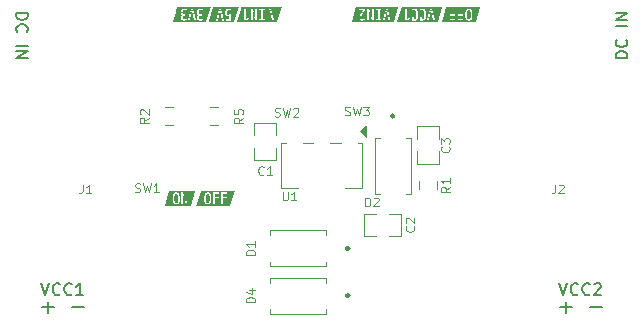
<source format=gbr>
%TF.GenerationSoftware,KiCad,Pcbnew,8.0.5+1*%
%TF.CreationDate,2024-10-02T06:07:40-04:00*%
%TF.ProjectId,breadboard-power-supply,62726561-6462-46f6-9172-642d706f7765,rev?*%
%TF.SameCoordinates,Original*%
%TF.FileFunction,Legend,Top*%
%TF.FilePolarity,Positive*%
%FSLAX46Y46*%
G04 Gerber Fmt 4.6, Leading zero omitted, Abs format (unit mm)*
G04 Created by KiCad (PCBNEW 8.0.5+1) date 2024-10-02 06:07:40*
%MOMM*%
%LPD*%
G01*
G04 APERTURE LIST*
%ADD10C,0.150000*%
%ADD11C,0.120000*%
%ADD12C,0.000000*%
%ADD13C,0.100000*%
%ADD14C,0.250000*%
G04 APERTURE END LIST*
D10*
X146660000Y-116000000D02*
X147660000Y-116000000D01*
X149200000Y-116000000D02*
X150200000Y-116000000D01*
X102800000Y-116000000D02*
X103800000Y-116000000D01*
X147160000Y-116500000D02*
X147160000Y-115500000D01*
X105340000Y-116000000D02*
X106340000Y-116000000D01*
X103300000Y-116500000D02*
X103300000Y-115500000D01*
X152369819Y-94896302D02*
X151369819Y-94896302D01*
X151369819Y-94896302D02*
X151369819Y-94658207D01*
X151369819Y-94658207D02*
X151417438Y-94515350D01*
X151417438Y-94515350D02*
X151512676Y-94420112D01*
X151512676Y-94420112D02*
X151607914Y-94372493D01*
X151607914Y-94372493D02*
X151798390Y-94324874D01*
X151798390Y-94324874D02*
X151941247Y-94324874D01*
X151941247Y-94324874D02*
X152131723Y-94372493D01*
X152131723Y-94372493D02*
X152226961Y-94420112D01*
X152226961Y-94420112D02*
X152322200Y-94515350D01*
X152322200Y-94515350D02*
X152369819Y-94658207D01*
X152369819Y-94658207D02*
X152369819Y-94896302D01*
X152274580Y-93324874D02*
X152322200Y-93372493D01*
X152322200Y-93372493D02*
X152369819Y-93515350D01*
X152369819Y-93515350D02*
X152369819Y-93610588D01*
X152369819Y-93610588D02*
X152322200Y-93753445D01*
X152322200Y-93753445D02*
X152226961Y-93848683D01*
X152226961Y-93848683D02*
X152131723Y-93896302D01*
X152131723Y-93896302D02*
X151941247Y-93943921D01*
X151941247Y-93943921D02*
X151798390Y-93943921D01*
X151798390Y-93943921D02*
X151607914Y-93896302D01*
X151607914Y-93896302D02*
X151512676Y-93848683D01*
X151512676Y-93848683D02*
X151417438Y-93753445D01*
X151417438Y-93753445D02*
X151369819Y-93610588D01*
X151369819Y-93610588D02*
X151369819Y-93515350D01*
X151369819Y-93515350D02*
X151417438Y-93372493D01*
X151417438Y-93372493D02*
X151465057Y-93324874D01*
X152369819Y-92134397D02*
X151369819Y-92134397D01*
X152369819Y-91658207D02*
X151369819Y-91658207D01*
X151369819Y-91658207D02*
X152369819Y-91086779D01*
X152369819Y-91086779D02*
X151369819Y-91086779D01*
X100630180Y-91086779D02*
X101630180Y-91086779D01*
X101630180Y-91086779D02*
X101630180Y-91324874D01*
X101630180Y-91324874D02*
X101582561Y-91467731D01*
X101582561Y-91467731D02*
X101487323Y-91562969D01*
X101487323Y-91562969D02*
X101392085Y-91610588D01*
X101392085Y-91610588D02*
X101201609Y-91658207D01*
X101201609Y-91658207D02*
X101058752Y-91658207D01*
X101058752Y-91658207D02*
X100868276Y-91610588D01*
X100868276Y-91610588D02*
X100773038Y-91562969D01*
X100773038Y-91562969D02*
X100677800Y-91467731D01*
X100677800Y-91467731D02*
X100630180Y-91324874D01*
X100630180Y-91324874D02*
X100630180Y-91086779D01*
X100725419Y-92658207D02*
X100677800Y-92610588D01*
X100677800Y-92610588D02*
X100630180Y-92467731D01*
X100630180Y-92467731D02*
X100630180Y-92372493D01*
X100630180Y-92372493D02*
X100677800Y-92229636D01*
X100677800Y-92229636D02*
X100773038Y-92134398D01*
X100773038Y-92134398D02*
X100868276Y-92086779D01*
X100868276Y-92086779D02*
X101058752Y-92039160D01*
X101058752Y-92039160D02*
X101201609Y-92039160D01*
X101201609Y-92039160D02*
X101392085Y-92086779D01*
X101392085Y-92086779D02*
X101487323Y-92134398D01*
X101487323Y-92134398D02*
X101582561Y-92229636D01*
X101582561Y-92229636D02*
X101630180Y-92372493D01*
X101630180Y-92372493D02*
X101630180Y-92467731D01*
X101630180Y-92467731D02*
X101582561Y-92610588D01*
X101582561Y-92610588D02*
X101534942Y-92658207D01*
X100630180Y-93848684D02*
X101630180Y-93848684D01*
X100630180Y-94324874D02*
X101630180Y-94324874D01*
X101630180Y-94324874D02*
X100630180Y-94896302D01*
X100630180Y-94896302D02*
X101630180Y-94896302D01*
X146620476Y-113954819D02*
X146953809Y-114954819D01*
X146953809Y-114954819D02*
X147287142Y-113954819D01*
X148191904Y-114859580D02*
X148144285Y-114907200D01*
X148144285Y-114907200D02*
X148001428Y-114954819D01*
X148001428Y-114954819D02*
X147906190Y-114954819D01*
X147906190Y-114954819D02*
X147763333Y-114907200D01*
X147763333Y-114907200D02*
X147668095Y-114811961D01*
X147668095Y-114811961D02*
X147620476Y-114716723D01*
X147620476Y-114716723D02*
X147572857Y-114526247D01*
X147572857Y-114526247D02*
X147572857Y-114383390D01*
X147572857Y-114383390D02*
X147620476Y-114192914D01*
X147620476Y-114192914D02*
X147668095Y-114097676D01*
X147668095Y-114097676D02*
X147763333Y-114002438D01*
X147763333Y-114002438D02*
X147906190Y-113954819D01*
X147906190Y-113954819D02*
X148001428Y-113954819D01*
X148001428Y-113954819D02*
X148144285Y-114002438D01*
X148144285Y-114002438D02*
X148191904Y-114050057D01*
X149191904Y-114859580D02*
X149144285Y-114907200D01*
X149144285Y-114907200D02*
X149001428Y-114954819D01*
X149001428Y-114954819D02*
X148906190Y-114954819D01*
X148906190Y-114954819D02*
X148763333Y-114907200D01*
X148763333Y-114907200D02*
X148668095Y-114811961D01*
X148668095Y-114811961D02*
X148620476Y-114716723D01*
X148620476Y-114716723D02*
X148572857Y-114526247D01*
X148572857Y-114526247D02*
X148572857Y-114383390D01*
X148572857Y-114383390D02*
X148620476Y-114192914D01*
X148620476Y-114192914D02*
X148668095Y-114097676D01*
X148668095Y-114097676D02*
X148763333Y-114002438D01*
X148763333Y-114002438D02*
X148906190Y-113954819D01*
X148906190Y-113954819D02*
X149001428Y-113954819D01*
X149001428Y-113954819D02*
X149144285Y-114002438D01*
X149144285Y-114002438D02*
X149191904Y-114050057D01*
X149572857Y-114050057D02*
X149620476Y-114002438D01*
X149620476Y-114002438D02*
X149715714Y-113954819D01*
X149715714Y-113954819D02*
X149953809Y-113954819D01*
X149953809Y-113954819D02*
X150049047Y-114002438D01*
X150049047Y-114002438D02*
X150096666Y-114050057D01*
X150096666Y-114050057D02*
X150144285Y-114145295D01*
X150144285Y-114145295D02*
X150144285Y-114240533D01*
X150144285Y-114240533D02*
X150096666Y-114383390D01*
X150096666Y-114383390D02*
X149525238Y-114954819D01*
X149525238Y-114954819D02*
X150144285Y-114954819D01*
X102760476Y-113954819D02*
X103093809Y-114954819D01*
X103093809Y-114954819D02*
X103427142Y-113954819D01*
X104331904Y-114859580D02*
X104284285Y-114907200D01*
X104284285Y-114907200D02*
X104141428Y-114954819D01*
X104141428Y-114954819D02*
X104046190Y-114954819D01*
X104046190Y-114954819D02*
X103903333Y-114907200D01*
X103903333Y-114907200D02*
X103808095Y-114811961D01*
X103808095Y-114811961D02*
X103760476Y-114716723D01*
X103760476Y-114716723D02*
X103712857Y-114526247D01*
X103712857Y-114526247D02*
X103712857Y-114383390D01*
X103712857Y-114383390D02*
X103760476Y-114192914D01*
X103760476Y-114192914D02*
X103808095Y-114097676D01*
X103808095Y-114097676D02*
X103903333Y-114002438D01*
X103903333Y-114002438D02*
X104046190Y-113954819D01*
X104046190Y-113954819D02*
X104141428Y-113954819D01*
X104141428Y-113954819D02*
X104284285Y-114002438D01*
X104284285Y-114002438D02*
X104331904Y-114050057D01*
X105331904Y-114859580D02*
X105284285Y-114907200D01*
X105284285Y-114907200D02*
X105141428Y-114954819D01*
X105141428Y-114954819D02*
X105046190Y-114954819D01*
X105046190Y-114954819D02*
X104903333Y-114907200D01*
X104903333Y-114907200D02*
X104808095Y-114811961D01*
X104808095Y-114811961D02*
X104760476Y-114716723D01*
X104760476Y-114716723D02*
X104712857Y-114526247D01*
X104712857Y-114526247D02*
X104712857Y-114383390D01*
X104712857Y-114383390D02*
X104760476Y-114192914D01*
X104760476Y-114192914D02*
X104808095Y-114097676D01*
X104808095Y-114097676D02*
X104903333Y-114002438D01*
X104903333Y-114002438D02*
X105046190Y-113954819D01*
X105046190Y-113954819D02*
X105141428Y-113954819D01*
X105141428Y-113954819D02*
X105284285Y-114002438D01*
X105284285Y-114002438D02*
X105331904Y-114050057D01*
X106284285Y-114954819D02*
X105712857Y-114954819D01*
X105998571Y-114954819D02*
X105998571Y-113954819D01*
X105998571Y-113954819D02*
X105903333Y-114097676D01*
X105903333Y-114097676D02*
X105808095Y-114192914D01*
X105808095Y-114192914D02*
X105712857Y-114240533D01*
D11*
X130196428Y-107440724D02*
X130196428Y-106690724D01*
X130196428Y-106690724D02*
X130374999Y-106690724D01*
X130374999Y-106690724D02*
X130482142Y-106726438D01*
X130482142Y-106726438D02*
X130553571Y-106797867D01*
X130553571Y-106797867D02*
X130589285Y-106869295D01*
X130589285Y-106869295D02*
X130624999Y-107012152D01*
X130624999Y-107012152D02*
X130624999Y-107119295D01*
X130624999Y-107119295D02*
X130589285Y-107262152D01*
X130589285Y-107262152D02*
X130553571Y-107333581D01*
X130553571Y-107333581D02*
X130482142Y-107405010D01*
X130482142Y-107405010D02*
X130374999Y-107440724D01*
X130374999Y-107440724D02*
X130196428Y-107440724D01*
X130910714Y-106762152D02*
X130946428Y-106726438D01*
X130946428Y-106726438D02*
X131017857Y-106690724D01*
X131017857Y-106690724D02*
X131196428Y-106690724D01*
X131196428Y-106690724D02*
X131267857Y-106726438D01*
X131267857Y-106726438D02*
X131303571Y-106762152D01*
X131303571Y-106762152D02*
X131339285Y-106833581D01*
X131339285Y-106833581D02*
X131339285Y-106905010D01*
X131339285Y-106905010D02*
X131303571Y-107012152D01*
X131303571Y-107012152D02*
X130874999Y-107440724D01*
X130874999Y-107440724D02*
X131339285Y-107440724D01*
X110700000Y-106205010D02*
X110807143Y-106240724D01*
X110807143Y-106240724D02*
X110985714Y-106240724D01*
X110985714Y-106240724D02*
X111057143Y-106205010D01*
X111057143Y-106205010D02*
X111092857Y-106169295D01*
X111092857Y-106169295D02*
X111128571Y-106097867D01*
X111128571Y-106097867D02*
X111128571Y-106026438D01*
X111128571Y-106026438D02*
X111092857Y-105955010D01*
X111092857Y-105955010D02*
X111057143Y-105919295D01*
X111057143Y-105919295D02*
X110985714Y-105883581D01*
X110985714Y-105883581D02*
X110842857Y-105847867D01*
X110842857Y-105847867D02*
X110771428Y-105812152D01*
X110771428Y-105812152D02*
X110735714Y-105776438D01*
X110735714Y-105776438D02*
X110700000Y-105705010D01*
X110700000Y-105705010D02*
X110700000Y-105633581D01*
X110700000Y-105633581D02*
X110735714Y-105562152D01*
X110735714Y-105562152D02*
X110771428Y-105526438D01*
X110771428Y-105526438D02*
X110842857Y-105490724D01*
X110842857Y-105490724D02*
X111021428Y-105490724D01*
X111021428Y-105490724D02*
X111128571Y-105526438D01*
X111378571Y-105490724D02*
X111557143Y-106240724D01*
X111557143Y-106240724D02*
X111700000Y-105705010D01*
X111700000Y-105705010D02*
X111842857Y-106240724D01*
X111842857Y-106240724D02*
X112021429Y-105490724D01*
X112700000Y-106240724D02*
X112271429Y-106240724D01*
X112485714Y-106240724D02*
X112485714Y-105490724D01*
X112485714Y-105490724D02*
X112414286Y-105597867D01*
X112414286Y-105597867D02*
X112342857Y-105669295D01*
X112342857Y-105669295D02*
X112271429Y-105705010D01*
X121574999Y-104719295D02*
X121539285Y-104755010D01*
X121539285Y-104755010D02*
X121432142Y-104790724D01*
X121432142Y-104790724D02*
X121360714Y-104790724D01*
X121360714Y-104790724D02*
X121253571Y-104755010D01*
X121253571Y-104755010D02*
X121182142Y-104683581D01*
X121182142Y-104683581D02*
X121146428Y-104612152D01*
X121146428Y-104612152D02*
X121110714Y-104469295D01*
X121110714Y-104469295D02*
X121110714Y-104362152D01*
X121110714Y-104362152D02*
X121146428Y-104219295D01*
X121146428Y-104219295D02*
X121182142Y-104147867D01*
X121182142Y-104147867D02*
X121253571Y-104076438D01*
X121253571Y-104076438D02*
X121360714Y-104040724D01*
X121360714Y-104040724D02*
X121432142Y-104040724D01*
X121432142Y-104040724D02*
X121539285Y-104076438D01*
X121539285Y-104076438D02*
X121574999Y-104112152D01*
X122289285Y-104790724D02*
X121860714Y-104790724D01*
X122074999Y-104790724D02*
X122074999Y-104040724D01*
X122074999Y-104040724D02*
X122003571Y-104147867D01*
X122003571Y-104147867D02*
X121932142Y-104219295D01*
X121932142Y-104219295D02*
X121860714Y-104255010D01*
X120840724Y-111553571D02*
X120090724Y-111553571D01*
X120090724Y-111553571D02*
X120090724Y-111375000D01*
X120090724Y-111375000D02*
X120126438Y-111267857D01*
X120126438Y-111267857D02*
X120197867Y-111196428D01*
X120197867Y-111196428D02*
X120269295Y-111160714D01*
X120269295Y-111160714D02*
X120412152Y-111125000D01*
X120412152Y-111125000D02*
X120519295Y-111125000D01*
X120519295Y-111125000D02*
X120662152Y-111160714D01*
X120662152Y-111160714D02*
X120733581Y-111196428D01*
X120733581Y-111196428D02*
X120805010Y-111267857D01*
X120805010Y-111267857D02*
X120840724Y-111375000D01*
X120840724Y-111375000D02*
X120840724Y-111553571D01*
X120840724Y-110410714D02*
X120840724Y-110839285D01*
X120840724Y-110625000D02*
X120090724Y-110625000D01*
X120090724Y-110625000D02*
X120197867Y-110696428D01*
X120197867Y-110696428D02*
X120269295Y-110767857D01*
X120269295Y-110767857D02*
X120305010Y-110839285D01*
X128471804Y-99705010D02*
X128578947Y-99740724D01*
X128578947Y-99740724D02*
X128757518Y-99740724D01*
X128757518Y-99740724D02*
X128828947Y-99705010D01*
X128828947Y-99705010D02*
X128864661Y-99669295D01*
X128864661Y-99669295D02*
X128900375Y-99597867D01*
X128900375Y-99597867D02*
X128900375Y-99526438D01*
X128900375Y-99526438D02*
X128864661Y-99455010D01*
X128864661Y-99455010D02*
X128828947Y-99419295D01*
X128828947Y-99419295D02*
X128757518Y-99383581D01*
X128757518Y-99383581D02*
X128614661Y-99347867D01*
X128614661Y-99347867D02*
X128543232Y-99312152D01*
X128543232Y-99312152D02*
X128507518Y-99276438D01*
X128507518Y-99276438D02*
X128471804Y-99205010D01*
X128471804Y-99205010D02*
X128471804Y-99133581D01*
X128471804Y-99133581D02*
X128507518Y-99062152D01*
X128507518Y-99062152D02*
X128543232Y-99026438D01*
X128543232Y-99026438D02*
X128614661Y-98990724D01*
X128614661Y-98990724D02*
X128793232Y-98990724D01*
X128793232Y-98990724D02*
X128900375Y-99026438D01*
X129150375Y-98990724D02*
X129328947Y-99740724D01*
X129328947Y-99740724D02*
X129471804Y-99205010D01*
X129471804Y-99205010D02*
X129614661Y-99740724D01*
X129614661Y-99740724D02*
X129793233Y-98990724D01*
X130007518Y-98990724D02*
X130471804Y-98990724D01*
X130471804Y-98990724D02*
X130221804Y-99276438D01*
X130221804Y-99276438D02*
X130328947Y-99276438D01*
X130328947Y-99276438D02*
X130400376Y-99312152D01*
X130400376Y-99312152D02*
X130436090Y-99347867D01*
X130436090Y-99347867D02*
X130471804Y-99419295D01*
X130471804Y-99419295D02*
X130471804Y-99597867D01*
X130471804Y-99597867D02*
X130436090Y-99669295D01*
X130436090Y-99669295D02*
X130400376Y-99705010D01*
X130400376Y-99705010D02*
X130328947Y-99740724D01*
X130328947Y-99740724D02*
X130114661Y-99740724D01*
X130114661Y-99740724D02*
X130043233Y-99705010D01*
X130043233Y-99705010D02*
X130007518Y-99669295D01*
X111840724Y-99925000D02*
X111483581Y-100175000D01*
X111840724Y-100353571D02*
X111090724Y-100353571D01*
X111090724Y-100353571D02*
X111090724Y-100067857D01*
X111090724Y-100067857D02*
X111126438Y-99996428D01*
X111126438Y-99996428D02*
X111162152Y-99960714D01*
X111162152Y-99960714D02*
X111233581Y-99925000D01*
X111233581Y-99925000D02*
X111340724Y-99925000D01*
X111340724Y-99925000D02*
X111412152Y-99960714D01*
X111412152Y-99960714D02*
X111447867Y-99996428D01*
X111447867Y-99996428D02*
X111483581Y-100067857D01*
X111483581Y-100067857D02*
X111483581Y-100353571D01*
X111162152Y-99639285D02*
X111126438Y-99603571D01*
X111126438Y-99603571D02*
X111090724Y-99532143D01*
X111090724Y-99532143D02*
X111090724Y-99353571D01*
X111090724Y-99353571D02*
X111126438Y-99282143D01*
X111126438Y-99282143D02*
X111162152Y-99246428D01*
X111162152Y-99246428D02*
X111233581Y-99210714D01*
X111233581Y-99210714D02*
X111305010Y-99210714D01*
X111305010Y-99210714D02*
X111412152Y-99246428D01*
X111412152Y-99246428D02*
X111840724Y-99675000D01*
X111840724Y-99675000D02*
X111840724Y-99210714D01*
X137269295Y-102375000D02*
X137305010Y-102410714D01*
X137305010Y-102410714D02*
X137340724Y-102517857D01*
X137340724Y-102517857D02*
X137340724Y-102589285D01*
X137340724Y-102589285D02*
X137305010Y-102696428D01*
X137305010Y-102696428D02*
X137233581Y-102767857D01*
X137233581Y-102767857D02*
X137162152Y-102803571D01*
X137162152Y-102803571D02*
X137019295Y-102839285D01*
X137019295Y-102839285D02*
X136912152Y-102839285D01*
X136912152Y-102839285D02*
X136769295Y-102803571D01*
X136769295Y-102803571D02*
X136697867Y-102767857D01*
X136697867Y-102767857D02*
X136626438Y-102696428D01*
X136626438Y-102696428D02*
X136590724Y-102589285D01*
X136590724Y-102589285D02*
X136590724Y-102517857D01*
X136590724Y-102517857D02*
X136626438Y-102410714D01*
X136626438Y-102410714D02*
X136662152Y-102375000D01*
X136590724Y-102125000D02*
X136590724Y-101660714D01*
X136590724Y-101660714D02*
X136876438Y-101910714D01*
X136876438Y-101910714D02*
X136876438Y-101803571D01*
X136876438Y-101803571D02*
X136912152Y-101732143D01*
X136912152Y-101732143D02*
X136947867Y-101696428D01*
X136947867Y-101696428D02*
X137019295Y-101660714D01*
X137019295Y-101660714D02*
X137197867Y-101660714D01*
X137197867Y-101660714D02*
X137269295Y-101696428D01*
X137269295Y-101696428D02*
X137305010Y-101732143D01*
X137305010Y-101732143D02*
X137340724Y-101803571D01*
X137340724Y-101803571D02*
X137340724Y-102017857D01*
X137340724Y-102017857D02*
X137305010Y-102089285D01*
X137305010Y-102089285D02*
X137269295Y-102125000D01*
X137340724Y-105775000D02*
X136983581Y-106025000D01*
X137340724Y-106203571D02*
X136590724Y-106203571D01*
X136590724Y-106203571D02*
X136590724Y-105917857D01*
X136590724Y-105917857D02*
X136626438Y-105846428D01*
X136626438Y-105846428D02*
X136662152Y-105810714D01*
X136662152Y-105810714D02*
X136733581Y-105775000D01*
X136733581Y-105775000D02*
X136840724Y-105775000D01*
X136840724Y-105775000D02*
X136912152Y-105810714D01*
X136912152Y-105810714D02*
X136947867Y-105846428D01*
X136947867Y-105846428D02*
X136983581Y-105917857D01*
X136983581Y-105917857D02*
X136983581Y-106203571D01*
X137340724Y-105060714D02*
X137340724Y-105489285D01*
X137340724Y-105275000D02*
X136590724Y-105275000D01*
X136590724Y-105275000D02*
X136697867Y-105346428D01*
X136697867Y-105346428D02*
X136769295Y-105417857D01*
X136769295Y-105417857D02*
X136805010Y-105489285D01*
X106250000Y-105590724D02*
X106250000Y-106126438D01*
X106250000Y-106126438D02*
X106214285Y-106233581D01*
X106214285Y-106233581D02*
X106142857Y-106305010D01*
X106142857Y-106305010D02*
X106035714Y-106340724D01*
X106035714Y-106340724D02*
X105964285Y-106340724D01*
X107000000Y-106340724D02*
X106571429Y-106340724D01*
X106785714Y-106340724D02*
X106785714Y-105590724D01*
X106785714Y-105590724D02*
X106714286Y-105697867D01*
X106714286Y-105697867D02*
X106642857Y-105769295D01*
X106642857Y-105769295D02*
X106571429Y-105805010D01*
X122528195Y-99805010D02*
X122635338Y-99840724D01*
X122635338Y-99840724D02*
X122813909Y-99840724D01*
X122813909Y-99840724D02*
X122885338Y-99805010D01*
X122885338Y-99805010D02*
X122921052Y-99769295D01*
X122921052Y-99769295D02*
X122956766Y-99697867D01*
X122956766Y-99697867D02*
X122956766Y-99626438D01*
X122956766Y-99626438D02*
X122921052Y-99555010D01*
X122921052Y-99555010D02*
X122885338Y-99519295D01*
X122885338Y-99519295D02*
X122813909Y-99483581D01*
X122813909Y-99483581D02*
X122671052Y-99447867D01*
X122671052Y-99447867D02*
X122599623Y-99412152D01*
X122599623Y-99412152D02*
X122563909Y-99376438D01*
X122563909Y-99376438D02*
X122528195Y-99305010D01*
X122528195Y-99305010D02*
X122528195Y-99233581D01*
X122528195Y-99233581D02*
X122563909Y-99162152D01*
X122563909Y-99162152D02*
X122599623Y-99126438D01*
X122599623Y-99126438D02*
X122671052Y-99090724D01*
X122671052Y-99090724D02*
X122849623Y-99090724D01*
X122849623Y-99090724D02*
X122956766Y-99126438D01*
X123206766Y-99090724D02*
X123385338Y-99840724D01*
X123385338Y-99840724D02*
X123528195Y-99305010D01*
X123528195Y-99305010D02*
X123671052Y-99840724D01*
X123671052Y-99840724D02*
X123849624Y-99090724D01*
X124099624Y-99162152D02*
X124135338Y-99126438D01*
X124135338Y-99126438D02*
X124206767Y-99090724D01*
X124206767Y-99090724D02*
X124385338Y-99090724D01*
X124385338Y-99090724D02*
X124456767Y-99126438D01*
X124456767Y-99126438D02*
X124492481Y-99162152D01*
X124492481Y-99162152D02*
X124528195Y-99233581D01*
X124528195Y-99233581D02*
X124528195Y-99305010D01*
X124528195Y-99305010D02*
X124492481Y-99412152D01*
X124492481Y-99412152D02*
X124063909Y-99840724D01*
X124063909Y-99840724D02*
X124528195Y-99840724D01*
X123178571Y-106190724D02*
X123178571Y-106797867D01*
X123178571Y-106797867D02*
X123214285Y-106869295D01*
X123214285Y-106869295D02*
X123250000Y-106905010D01*
X123250000Y-106905010D02*
X123321428Y-106940724D01*
X123321428Y-106940724D02*
X123464285Y-106940724D01*
X123464285Y-106940724D02*
X123535714Y-106905010D01*
X123535714Y-106905010D02*
X123571428Y-106869295D01*
X123571428Y-106869295D02*
X123607142Y-106797867D01*
X123607142Y-106797867D02*
X123607142Y-106190724D01*
X124357142Y-106940724D02*
X123928571Y-106940724D01*
X124142856Y-106940724D02*
X124142856Y-106190724D01*
X124142856Y-106190724D02*
X124071428Y-106297867D01*
X124071428Y-106297867D02*
X123999999Y-106369295D01*
X123999999Y-106369295D02*
X123928571Y-106405010D01*
X119840724Y-99925000D02*
X119483581Y-100175000D01*
X119840724Y-100353571D02*
X119090724Y-100353571D01*
X119090724Y-100353571D02*
X119090724Y-100067857D01*
X119090724Y-100067857D02*
X119126438Y-99996428D01*
X119126438Y-99996428D02*
X119162152Y-99960714D01*
X119162152Y-99960714D02*
X119233581Y-99925000D01*
X119233581Y-99925000D02*
X119340724Y-99925000D01*
X119340724Y-99925000D02*
X119412152Y-99960714D01*
X119412152Y-99960714D02*
X119447867Y-99996428D01*
X119447867Y-99996428D02*
X119483581Y-100067857D01*
X119483581Y-100067857D02*
X119483581Y-100353571D01*
X119090724Y-99246428D02*
X119090724Y-99603571D01*
X119090724Y-99603571D02*
X119447867Y-99639285D01*
X119447867Y-99639285D02*
X119412152Y-99603571D01*
X119412152Y-99603571D02*
X119376438Y-99532143D01*
X119376438Y-99532143D02*
X119376438Y-99353571D01*
X119376438Y-99353571D02*
X119412152Y-99282143D01*
X119412152Y-99282143D02*
X119447867Y-99246428D01*
X119447867Y-99246428D02*
X119519295Y-99210714D01*
X119519295Y-99210714D02*
X119697867Y-99210714D01*
X119697867Y-99210714D02*
X119769295Y-99246428D01*
X119769295Y-99246428D02*
X119805010Y-99282143D01*
X119805010Y-99282143D02*
X119840724Y-99353571D01*
X119840724Y-99353571D02*
X119840724Y-99532143D01*
X119840724Y-99532143D02*
X119805010Y-99603571D01*
X119805010Y-99603571D02*
X119769295Y-99639285D01*
X146250000Y-105590724D02*
X146250000Y-106126438D01*
X146250000Y-106126438D02*
X146214285Y-106233581D01*
X146214285Y-106233581D02*
X146142857Y-106305010D01*
X146142857Y-106305010D02*
X146035714Y-106340724D01*
X146035714Y-106340724D02*
X145964285Y-106340724D01*
X146571429Y-105662152D02*
X146607143Y-105626438D01*
X146607143Y-105626438D02*
X146678572Y-105590724D01*
X146678572Y-105590724D02*
X146857143Y-105590724D01*
X146857143Y-105590724D02*
X146928572Y-105626438D01*
X146928572Y-105626438D02*
X146964286Y-105662152D01*
X146964286Y-105662152D02*
X147000000Y-105733581D01*
X147000000Y-105733581D02*
X147000000Y-105805010D01*
X147000000Y-105805010D02*
X146964286Y-105912152D01*
X146964286Y-105912152D02*
X146535714Y-106340724D01*
X146535714Y-106340724D02*
X147000000Y-106340724D01*
X134269295Y-109125000D02*
X134305010Y-109160714D01*
X134305010Y-109160714D02*
X134340724Y-109267857D01*
X134340724Y-109267857D02*
X134340724Y-109339285D01*
X134340724Y-109339285D02*
X134305010Y-109446428D01*
X134305010Y-109446428D02*
X134233581Y-109517857D01*
X134233581Y-109517857D02*
X134162152Y-109553571D01*
X134162152Y-109553571D02*
X134019295Y-109589285D01*
X134019295Y-109589285D02*
X133912152Y-109589285D01*
X133912152Y-109589285D02*
X133769295Y-109553571D01*
X133769295Y-109553571D02*
X133697867Y-109517857D01*
X133697867Y-109517857D02*
X133626438Y-109446428D01*
X133626438Y-109446428D02*
X133590724Y-109339285D01*
X133590724Y-109339285D02*
X133590724Y-109267857D01*
X133590724Y-109267857D02*
X133626438Y-109160714D01*
X133626438Y-109160714D02*
X133662152Y-109125000D01*
X133662152Y-108839285D02*
X133626438Y-108803571D01*
X133626438Y-108803571D02*
X133590724Y-108732143D01*
X133590724Y-108732143D02*
X133590724Y-108553571D01*
X133590724Y-108553571D02*
X133626438Y-108482143D01*
X133626438Y-108482143D02*
X133662152Y-108446428D01*
X133662152Y-108446428D02*
X133733581Y-108410714D01*
X133733581Y-108410714D02*
X133805010Y-108410714D01*
X133805010Y-108410714D02*
X133912152Y-108446428D01*
X133912152Y-108446428D02*
X134340724Y-108875000D01*
X134340724Y-108875000D02*
X134340724Y-108410714D01*
X120840724Y-115553571D02*
X120090724Y-115553571D01*
X120090724Y-115553571D02*
X120090724Y-115375000D01*
X120090724Y-115375000D02*
X120126438Y-115267857D01*
X120126438Y-115267857D02*
X120197867Y-115196428D01*
X120197867Y-115196428D02*
X120269295Y-115160714D01*
X120269295Y-115160714D02*
X120412152Y-115125000D01*
X120412152Y-115125000D02*
X120519295Y-115125000D01*
X120519295Y-115125000D02*
X120662152Y-115160714D01*
X120662152Y-115160714D02*
X120733581Y-115196428D01*
X120733581Y-115196428D02*
X120805010Y-115267857D01*
X120805010Y-115267857D02*
X120840724Y-115375000D01*
X120840724Y-115375000D02*
X120840724Y-115553571D01*
X120340724Y-114482143D02*
X120840724Y-114482143D01*
X120055010Y-114660714D02*
X120590724Y-114839285D01*
X120590724Y-114839285D02*
X120590724Y-114375000D01*
D12*
%TO.C,kibuzzard-66F9DAF8*%
G36*
X116915411Y-106376541D02*
G01*
X116963699Y-106439726D01*
X116984247Y-106511644D01*
X116996575Y-106615068D01*
X117000685Y-106750000D01*
X116996575Y-106884932D01*
X116984247Y-106988356D01*
X116963699Y-107060274D01*
X116915411Y-107123459D01*
X116844521Y-107144521D01*
X116773630Y-107123459D01*
X116725342Y-107060274D01*
X116704795Y-106988356D01*
X116692466Y-106884932D01*
X116688356Y-106750000D01*
X116692466Y-106615068D01*
X116704795Y-106511644D01*
X116725342Y-106439726D01*
X116773630Y-106376541D01*
X116844521Y-106355479D01*
X116915411Y-106376541D01*
G37*
G36*
X118742237Y-107377854D02*
G01*
X118456849Y-107377854D01*
X118144521Y-107377854D01*
X117459589Y-107377854D01*
X116844521Y-107377854D01*
X116543151Y-107377854D01*
X116257763Y-107377854D01*
X115881050Y-107377854D01*
X116069407Y-106750000D01*
X116543151Y-106750000D01*
X116546880Y-106869939D01*
X116558067Y-106972222D01*
X116576712Y-107056849D01*
X116617979Y-107153767D01*
X116674658Y-107217123D01*
X116749315Y-107252055D01*
X116844521Y-107263699D01*
X116939726Y-107252055D01*
X116944118Y-107250000D01*
X117306164Y-107250000D01*
X117459589Y-107250000D01*
X117991096Y-107250000D01*
X118144521Y-107250000D01*
X118144521Y-106770548D01*
X118443151Y-106770548D01*
X118443151Y-106654110D01*
X118144521Y-106654110D01*
X118144521Y-106369178D01*
X118456849Y-106369178D01*
X118456849Y-106250000D01*
X117991096Y-106250000D01*
X117991096Y-107250000D01*
X117459589Y-107250000D01*
X117459589Y-106770548D01*
X117758219Y-106770548D01*
X117758219Y-106654110D01*
X117459589Y-106654110D01*
X117459589Y-106369178D01*
X117771918Y-106369178D01*
X117771918Y-106250000D01*
X117306164Y-106250000D01*
X117306164Y-107250000D01*
X116944118Y-107250000D01*
X117014384Y-107217123D01*
X117071062Y-107153767D01*
X117112329Y-107056849D01*
X117130974Y-106972222D01*
X117142161Y-106869939D01*
X117145890Y-106750000D01*
X117142161Y-106630061D01*
X117130974Y-106527778D01*
X117112329Y-106443151D01*
X117071062Y-106346233D01*
X117014384Y-106282877D01*
X116939726Y-106247945D01*
X116844521Y-106236301D01*
X116749315Y-106247945D01*
X116674658Y-106282877D01*
X116617979Y-106346233D01*
X116576712Y-106443151D01*
X116558067Y-106527778D01*
X116546880Y-106630061D01*
X116543151Y-106750000D01*
X116069407Y-106750000D01*
X116257763Y-106122146D01*
X116543151Y-106122146D01*
X118456849Y-106122146D01*
X118742237Y-106122146D01*
X119118950Y-106122146D01*
X118742237Y-107377854D01*
G37*
D13*
%TO.C,D2*%
X130980000Y-101640000D02*
X131390000Y-101640000D01*
X130980000Y-106360000D02*
X130980000Y-101640000D01*
X131390000Y-106360000D02*
X130980000Y-106360000D01*
D11*
X134020000Y-101640000D02*
X133610000Y-101640000D01*
X134020000Y-101640000D02*
X134020000Y-106360000D01*
X134020000Y-106360000D02*
X133610000Y-106360000D01*
D14*
X132625000Y-99800000D02*
G75*
G02*
X132375000Y-99800000I-125000J0D01*
G01*
X132375000Y-99800000D02*
G75*
G02*
X132625000Y-99800000I125000J0D01*
G01*
D11*
%TO.C,C1*%
X120787000Y-100362000D02*
X122613000Y-100362000D01*
X120787000Y-101421000D02*
X120787000Y-100362000D01*
X120787000Y-102479000D02*
X120787000Y-103538000D01*
X120787000Y-103538000D02*
X122613000Y-103538000D01*
X122613000Y-100362000D02*
X122613000Y-101421000D01*
X122613000Y-103538000D02*
X122613000Y-102479000D01*
D13*
%TO.C,D1*%
X122140000Y-109480000D02*
X126860000Y-109480000D01*
X122140000Y-109890000D02*
X122140000Y-109480000D01*
D11*
X122140000Y-112520000D02*
X122140000Y-112110000D01*
D13*
X126860000Y-109480000D02*
X126860000Y-109890000D01*
D11*
X126860000Y-112520000D02*
X122140000Y-112520000D01*
X126860000Y-112520000D02*
X126860000Y-112110000D01*
D14*
X128825000Y-111000000D02*
G75*
G02*
X128575000Y-111000000I-125000J0D01*
G01*
X128575000Y-111000000D02*
G75*
G02*
X128825000Y-111000000I125000J0D01*
G01*
D11*
%TO.C,R2*%
X113885000Y-99040000D02*
X113255000Y-99040000D01*
X113885000Y-100560000D02*
X113255000Y-100560000D01*
D12*
%TO.C,kibuzzard-66F9CB51*%
G36*
X129693151Y-90578995D02*
G01*
X130884932Y-90578995D01*
X131076712Y-90578995D01*
X131906849Y-90578995D01*
X132306849Y-90578995D01*
X132592237Y-90578995D01*
X132964840Y-90578995D01*
X132592237Y-91821005D01*
X132306849Y-91821005D01*
X129693151Y-91821005D01*
X129407763Y-91821005D01*
X129035160Y-91821005D01*
X129337763Y-90812329D01*
X129693151Y-90812329D01*
X130027397Y-90812329D01*
X130027397Y-90815068D01*
X129947046Y-90910788D01*
X129878596Y-91000685D01*
X129822046Y-91084760D01*
X129777397Y-91163014D01*
X129734399Y-91260731D01*
X129708600Y-91352968D01*
X129700000Y-91439726D01*
X129715582Y-91555308D01*
X129762329Y-91639041D01*
X129838527Y-91689897D01*
X129942466Y-91706849D01*
X130029224Y-91698935D01*
X130049022Y-91693151D01*
X130364384Y-91693151D01*
X130508219Y-91693151D01*
X130508219Y-90967123D01*
X130512329Y-90967123D01*
X130726027Y-91693151D01*
X130884932Y-91693151D01*
X130884932Y-90812329D01*
X131076712Y-90812329D01*
X131230137Y-90812329D01*
X131230137Y-91573973D01*
X131076712Y-91573973D01*
X131076712Y-91693151D01*
X131542466Y-91693151D01*
X131683562Y-91693151D01*
X131835616Y-91693151D01*
X131991781Y-90830137D01*
X131993151Y-90830137D01*
X132149315Y-91693151D01*
X132306849Y-91693151D01*
X132084932Y-90693151D01*
X131906849Y-90693151D01*
X131683562Y-91693151D01*
X131542466Y-91693151D01*
X131542466Y-91573973D01*
X131389041Y-91573973D01*
X131389041Y-90812329D01*
X131542466Y-90812329D01*
X131542466Y-90693151D01*
X131076712Y-90693151D01*
X131076712Y-90812329D01*
X130884932Y-90812329D01*
X130884932Y-90693151D01*
X130734247Y-90693151D01*
X130734247Y-91419178D01*
X130731507Y-91419178D01*
X130517808Y-90693151D01*
X130364384Y-90693151D01*
X130364384Y-91693151D01*
X130049022Y-91693151D01*
X130110502Y-91675190D01*
X130186301Y-91635616D01*
X130186301Y-91506849D01*
X130109132Y-91551750D01*
X130038356Y-91578691D01*
X129973973Y-91587671D01*
X129884247Y-91550685D01*
X129862158Y-91502740D01*
X129854795Y-91432877D01*
X129861560Y-91357814D01*
X129881856Y-91278222D01*
X129915684Y-91194101D01*
X129963042Y-91105451D01*
X130023931Y-91012273D01*
X130098351Y-90914565D01*
X130186301Y-90812329D01*
X130186301Y-90693151D01*
X129693151Y-90693151D01*
X129693151Y-90812329D01*
X129337763Y-90812329D01*
X129407763Y-90578995D01*
X129693151Y-90578995D01*
G37*
%TO.C,kibuzzard-66F9CB19*%
G36*
X120095205Y-90585845D02*
G01*
X121036301Y-90585845D01*
X121228082Y-90585845D01*
X122058219Y-90585845D01*
X122458219Y-90585845D01*
X122743607Y-90585845D01*
X123112100Y-90585845D01*
X122743607Y-91814155D01*
X122458219Y-91814155D01*
X119941781Y-91814155D01*
X119656393Y-91814155D01*
X119287900Y-91814155D01*
X119622147Y-90700000D01*
X119941781Y-90700000D01*
X119941781Y-91700000D01*
X120093836Y-91700000D01*
X120515753Y-91700000D01*
X120659589Y-91700000D01*
X120659589Y-90973973D01*
X120663699Y-90973973D01*
X120877397Y-91700000D01*
X121036301Y-91700000D01*
X121036301Y-90819178D01*
X121228082Y-90819178D01*
X121381507Y-90819178D01*
X121381507Y-91580822D01*
X121228082Y-91580822D01*
X121228082Y-91700000D01*
X121693836Y-91700000D01*
X121834932Y-91700000D01*
X121986986Y-91700000D01*
X122143151Y-90836986D01*
X122144521Y-90836986D01*
X122300685Y-91700000D01*
X122458219Y-91700000D01*
X122236301Y-90700000D01*
X122058219Y-90700000D01*
X121834932Y-91700000D01*
X121693836Y-91700000D01*
X121693836Y-91580822D01*
X121540411Y-91580822D01*
X121540411Y-90819178D01*
X121693836Y-90819178D01*
X121693836Y-90700000D01*
X121228082Y-90700000D01*
X121228082Y-90819178D01*
X121036301Y-90819178D01*
X121036301Y-90700000D01*
X120885616Y-90700000D01*
X120885616Y-91426027D01*
X120882877Y-91426027D01*
X120669178Y-90700000D01*
X120515753Y-90700000D01*
X120515753Y-91700000D01*
X120093836Y-91700000D01*
X120333562Y-91560274D01*
X120333562Y-91426027D01*
X120097945Y-91557534D01*
X120095205Y-91556164D01*
X120095205Y-90700000D01*
X119941781Y-90700000D01*
X119622147Y-90700000D01*
X119656393Y-90585845D01*
X119941781Y-90585845D01*
X120095205Y-90585845D01*
G37*
D11*
%TO.C,C3*%
X134587000Y-100662000D02*
X134587000Y-101721000D01*
X134587000Y-103838000D02*
X134587000Y-102779000D01*
X136413000Y-100662000D02*
X134587000Y-100662000D01*
X136413000Y-101721000D02*
X136413000Y-100662000D01*
X136413000Y-102779000D02*
X136413000Y-103838000D01*
X136413000Y-103838000D02*
X134587000Y-103838000D01*
D12*
%TO.C,kibuzzard-66F9DAEC*%
G36*
X114248973Y-106376541D02*
G01*
X114297260Y-106439726D01*
X114317808Y-106511644D01*
X114330137Y-106615068D01*
X114334247Y-106750000D01*
X114330137Y-106884932D01*
X114317808Y-106988356D01*
X114297260Y-107060274D01*
X114248973Y-107123459D01*
X114178082Y-107144521D01*
X114107192Y-107123459D01*
X114058904Y-107060274D01*
X114038356Y-106988356D01*
X114026027Y-106884932D01*
X114021918Y-106750000D01*
X114026027Y-106615068D01*
X114038356Y-106511644D01*
X114058904Y-106439726D01*
X114107192Y-106376541D01*
X114178082Y-106355479D01*
X114248973Y-106376541D01*
G37*
G36*
X115408676Y-107377854D02*
G01*
X115123288Y-107377854D01*
X114602740Y-107377854D01*
X114178082Y-107377854D01*
X113876712Y-107377854D01*
X113591324Y-107377854D01*
X113214612Y-107377854D01*
X113402968Y-106750000D01*
X113876712Y-106750000D01*
X113880441Y-106869939D01*
X113891629Y-106972222D01*
X113910274Y-107056849D01*
X113951541Y-107153767D01*
X114008219Y-107217123D01*
X114082877Y-107252055D01*
X114178082Y-107263699D01*
X114273288Y-107252055D01*
X114277680Y-107250000D01*
X114602740Y-107250000D01*
X114753425Y-107250000D01*
X114753425Y-106523973D01*
X114756164Y-106523973D01*
X114969863Y-107250000D01*
X115123288Y-107250000D01*
X115123288Y-106250000D01*
X114979452Y-106250000D01*
X114979452Y-106976027D01*
X114975342Y-106976027D01*
X114761644Y-106250000D01*
X114602740Y-106250000D01*
X114602740Y-107250000D01*
X114277680Y-107250000D01*
X114347945Y-107217123D01*
X114404623Y-107153767D01*
X114445890Y-107056849D01*
X114464536Y-106972222D01*
X114475723Y-106869939D01*
X114479452Y-106750000D01*
X114475723Y-106630061D01*
X114464536Y-106527778D01*
X114445890Y-106443151D01*
X114404623Y-106346233D01*
X114347945Y-106282877D01*
X114273288Y-106247945D01*
X114178082Y-106236301D01*
X114082877Y-106247945D01*
X114008219Y-106282877D01*
X113951541Y-106346233D01*
X113910274Y-106443151D01*
X113891629Y-106527778D01*
X113880441Y-106630061D01*
X113876712Y-106750000D01*
X113402968Y-106750000D01*
X113591324Y-106122146D01*
X113876712Y-106122146D01*
X115123288Y-106122146D01*
X115408676Y-106122146D01*
X115785388Y-106122146D01*
X115408676Y-107377854D01*
G37*
D11*
%TO.C,R1*%
X134740000Y-105965000D02*
X134740000Y-105335000D01*
X136260000Y-105965000D02*
X136260000Y-105335000D01*
%TO.C,U1*%
X123090000Y-102100000D02*
X123440000Y-102100000D01*
X123090000Y-105910000D02*
X123090000Y-102100000D01*
X124500000Y-105910000D02*
X123090000Y-105910000D01*
X125800000Y-102090000D02*
X124900000Y-102090000D01*
X128100000Y-102090000D02*
X127200000Y-102090000D01*
X129910000Y-102090000D02*
X129560000Y-102090000D01*
X129910000Y-105900000D02*
X128500000Y-105900000D01*
X129910000Y-105900000D02*
X129910000Y-102090000D01*
D13*
X130250000Y-101600000D02*
X129750000Y-101100000D01*
X130250000Y-100600000D01*
X130250000Y-101600000D01*
G36*
X130250000Y-101600000D02*
G01*
X129750000Y-101100000D01*
X130250000Y-100600000D01*
X130250000Y-101600000D01*
G37*
D11*
%TO.C,R5*%
X117055000Y-99040000D02*
X117685000Y-99040000D01*
X117055000Y-100560000D02*
X117685000Y-100560000D01*
D12*
%TO.C,kibuzzard-66F9CBA3*%
G36*
X133695205Y-90572146D02*
G01*
X134310274Y-90572146D01*
X134995205Y-90572146D01*
X135658219Y-90572146D01*
X136058219Y-90572146D01*
X136343607Y-90572146D01*
X136720320Y-90572146D01*
X136343607Y-91827854D01*
X136058219Y-91827854D01*
X133541781Y-91827854D01*
X133256393Y-91827854D01*
X132879680Y-91827854D01*
X133218037Y-90700000D01*
X133541781Y-90700000D01*
X133541781Y-91700000D01*
X133693836Y-91700000D01*
X133933562Y-91560274D01*
X133933562Y-91426027D01*
X133697945Y-91557534D01*
X133695205Y-91556164D01*
X133695205Y-91373973D01*
X134129452Y-91373973D01*
X134129452Y-91683562D01*
X134216781Y-91706164D01*
X134314384Y-91713699D01*
X134394649Y-91705886D01*
X134464212Y-91682449D01*
X134523074Y-91643386D01*
X134571233Y-91588699D01*
X134608690Y-91518386D01*
X134635445Y-91432449D01*
X134644688Y-91373973D01*
X134814384Y-91373973D01*
X134814384Y-91683562D01*
X134901712Y-91706164D01*
X134999315Y-91713699D01*
X135079580Y-91705886D01*
X135097050Y-91700000D01*
X135434932Y-91700000D01*
X135586986Y-91700000D01*
X135743151Y-90836986D01*
X135744521Y-90836986D01*
X135900685Y-91700000D01*
X136058219Y-91700000D01*
X135836301Y-90700000D01*
X135658219Y-90700000D01*
X135434932Y-91700000D01*
X135097050Y-91700000D01*
X135149144Y-91682449D01*
X135208005Y-91643386D01*
X135256164Y-91588699D01*
X135293622Y-91518386D01*
X135320377Y-91432449D01*
X135336430Y-91330886D01*
X135341781Y-91213699D01*
X135336366Y-91090090D01*
X135320120Y-90982962D01*
X135293044Y-90892316D01*
X135255137Y-90818151D01*
X135206400Y-90760467D01*
X135146832Y-90719264D01*
X135076434Y-90694542D01*
X134995205Y-90686301D01*
X134903767Y-90694863D01*
X134821233Y-90720548D01*
X134821233Y-90846575D01*
X134899315Y-90814726D01*
X134971918Y-90804110D01*
X135038889Y-90815487D01*
X135093683Y-90849619D01*
X135136301Y-90906507D01*
X135166743Y-90986149D01*
X135185008Y-91088546D01*
X135191096Y-91213699D01*
X135185578Y-91329642D01*
X135169026Y-91424505D01*
X135141438Y-91498288D01*
X135102816Y-91550989D01*
X135053158Y-91582610D01*
X134992466Y-91593151D01*
X134960959Y-91587671D01*
X134960959Y-91373973D01*
X134814384Y-91373973D01*
X134644688Y-91373973D01*
X134651498Y-91330886D01*
X134656849Y-91213699D01*
X134651434Y-91090090D01*
X134635188Y-90982962D01*
X134608112Y-90892316D01*
X134570205Y-90818151D01*
X134521468Y-90760467D01*
X134461901Y-90719264D01*
X134391503Y-90694542D01*
X134310274Y-90686301D01*
X134218836Y-90694863D01*
X134136301Y-90720548D01*
X134136301Y-90846575D01*
X134214384Y-90814726D01*
X134286986Y-90804110D01*
X134353957Y-90815487D01*
X134408752Y-90849619D01*
X134451370Y-90906507D01*
X134481811Y-90986149D01*
X134500076Y-91088546D01*
X134506164Y-91213699D01*
X134500647Y-91329642D01*
X134484094Y-91424505D01*
X134456507Y-91498288D01*
X134417884Y-91550989D01*
X134368227Y-91582610D01*
X134307534Y-91593151D01*
X134276027Y-91587671D01*
X134276027Y-91373973D01*
X134129452Y-91373973D01*
X133695205Y-91373973D01*
X133695205Y-90700000D01*
X133541781Y-90700000D01*
X133218037Y-90700000D01*
X133256393Y-90572146D01*
X133541781Y-90572146D01*
X133695205Y-90572146D01*
G37*
%TO.C,kibuzzard-66F9CABE*%
G36*
X114859589Y-90572146D02*
G01*
X115411644Y-90572146D01*
X116229452Y-90572146D01*
X116448630Y-90572146D01*
X116734018Y-90572146D01*
X117110731Y-90572146D01*
X116734018Y-91827854D01*
X116448630Y-91827854D01*
X114551370Y-91827854D01*
X114265982Y-91827854D01*
X113889269Y-91827854D01*
X114141324Y-90987671D01*
X114551370Y-90987671D01*
X114562500Y-91083904D01*
X114595890Y-91157534D01*
X114651541Y-91208562D01*
X114729452Y-91236986D01*
X114729452Y-91238356D01*
X114657534Y-91273202D01*
X114606164Y-91325685D01*
X114575342Y-91395805D01*
X114565068Y-91483562D01*
X114582192Y-91579966D01*
X114633562Y-91652740D01*
X114716781Y-91698459D01*
X114829452Y-91713699D01*
X114903729Y-91708371D01*
X114943911Y-91700000D01*
X115188356Y-91700000D01*
X115340411Y-91700000D01*
X115496575Y-90836986D01*
X115497945Y-90836986D01*
X115654110Y-91700000D01*
X115811644Y-91700000D01*
X115653565Y-90987671D01*
X115921233Y-90987671D01*
X115932363Y-91083904D01*
X115965753Y-91157534D01*
X116021404Y-91208562D01*
X116099315Y-91236986D01*
X116099315Y-91238356D01*
X116027397Y-91273202D01*
X115976027Y-91325685D01*
X115945205Y-91395805D01*
X115934932Y-91483562D01*
X115952055Y-91579966D01*
X116003425Y-91652740D01*
X116086644Y-91698459D01*
X116199315Y-91713699D01*
X116273592Y-91708371D01*
X116350304Y-91692390D01*
X116429452Y-91665753D01*
X116429452Y-91538356D01*
X116323288Y-91581507D01*
X116226712Y-91595890D01*
X116147565Y-91581279D01*
X116100076Y-91537443D01*
X116084247Y-91464384D01*
X116096575Y-91387329D01*
X116133562Y-91334247D01*
X116198288Y-91303425D01*
X116293836Y-91293151D01*
X116321233Y-91293151D01*
X116321233Y-91172603D01*
X116293836Y-91172603D01*
X116191096Y-91162158D01*
X116123973Y-91130822D01*
X116086986Y-91075856D01*
X116074658Y-90994521D01*
X116085445Y-90911815D01*
X116117808Y-90852740D01*
X116171747Y-90817295D01*
X116247260Y-90805479D01*
X116348973Y-90819521D01*
X116448630Y-90861644D01*
X116448630Y-90730137D01*
X116341096Y-90697260D01*
X116229452Y-90686301D01*
X116135274Y-90694673D01*
X116058219Y-90719787D01*
X115998288Y-90761644D01*
X115955479Y-90820244D01*
X115929795Y-90895586D01*
X115921233Y-90987671D01*
X115653565Y-90987671D01*
X115589726Y-90700000D01*
X115411644Y-90700000D01*
X115188356Y-91700000D01*
X114943911Y-91700000D01*
X114980441Y-91692390D01*
X115059589Y-91665753D01*
X115059589Y-91538356D01*
X114953425Y-91581507D01*
X114856849Y-91595890D01*
X114777702Y-91581279D01*
X114730213Y-91537443D01*
X114714384Y-91464384D01*
X114726712Y-91387329D01*
X114763699Y-91334247D01*
X114828425Y-91303425D01*
X114923973Y-91293151D01*
X114951370Y-91293151D01*
X114951370Y-91172603D01*
X114923973Y-91172603D01*
X114821233Y-91162158D01*
X114754110Y-91130822D01*
X114717123Y-91075856D01*
X114704795Y-90994521D01*
X114715582Y-90911815D01*
X114747945Y-90852740D01*
X114801884Y-90817295D01*
X114877397Y-90805479D01*
X114979110Y-90819521D01*
X115078767Y-90861644D01*
X115078767Y-90730137D01*
X114971233Y-90697260D01*
X114859589Y-90686301D01*
X114765411Y-90694673D01*
X114688356Y-90719787D01*
X114628425Y-90761644D01*
X114585616Y-90820244D01*
X114559932Y-90895586D01*
X114551370Y-90987671D01*
X114141324Y-90987671D01*
X114265982Y-90572146D01*
X114551370Y-90572146D01*
X114859589Y-90572146D01*
G37*
D11*
%TO.C,C2*%
X130062000Y-108087000D02*
X130062000Y-109913000D01*
X130062000Y-109913000D02*
X131121000Y-109913000D01*
X131121000Y-108087000D02*
X130062000Y-108087000D01*
X132179000Y-108087000D02*
X133238000Y-108087000D01*
X133238000Y-108087000D02*
X133238000Y-109913000D01*
X133238000Y-109913000D02*
X132179000Y-109913000D01*
D13*
%TO.C,D4*%
X122140000Y-113480000D02*
X126860000Y-113480000D01*
X122140000Y-113890000D02*
X122140000Y-113480000D01*
D11*
X122140000Y-116520000D02*
X122140000Y-116110000D01*
D13*
X126860000Y-113480000D02*
X126860000Y-113890000D01*
D11*
X126860000Y-116520000D02*
X122140000Y-116520000D01*
X126860000Y-116520000D02*
X126860000Y-116110000D01*
D14*
X128825000Y-115000000D02*
G75*
G02*
X128575000Y-115000000I-125000J0D01*
G01*
X128575000Y-115000000D02*
G75*
G02*
X128825000Y-115000000I125000J0D01*
G01*
D12*
%TO.C,kibuzzard-66F9CAB2*%
G36*
X117806849Y-90578995D02*
G01*
X118620548Y-90578995D01*
X118816438Y-90578995D01*
X119101826Y-90578995D01*
X119474429Y-90578995D01*
X119101826Y-91821005D01*
X118816438Y-91821005D01*
X117583562Y-91821005D01*
X117298174Y-91821005D01*
X116925571Y-91821005D01*
X116959818Y-91706849D01*
X117583562Y-91706849D01*
X117735616Y-91706849D01*
X117891781Y-90843836D01*
X117893151Y-90843836D01*
X118049315Y-91706849D01*
X118206849Y-91706849D01*
X118055459Y-91024658D01*
X118323288Y-91024658D01*
X118332055Y-91140548D01*
X118358356Y-91230685D01*
X118402192Y-91295068D01*
X118463562Y-91333699D01*
X118542466Y-91346575D01*
X118607534Y-91338014D01*
X118663014Y-91312329D01*
X118665753Y-91312329D01*
X118656164Y-91589041D01*
X118350685Y-91589041D01*
X118350685Y-91706849D01*
X118795890Y-91706849D01*
X118809589Y-91175342D01*
X118683562Y-91175342D01*
X118635959Y-91216438D01*
X118583562Y-91230137D01*
X118502740Y-91182877D01*
X118483219Y-91119692D01*
X118476712Y-91024658D01*
X118485959Y-90924486D01*
X118513699Y-90859589D01*
X118561644Y-90824144D01*
X118631507Y-90812329D01*
X118722945Y-90825342D01*
X118816438Y-90864384D01*
X118816438Y-90734247D01*
X118722260Y-90703425D01*
X118620548Y-90693151D01*
X118526636Y-90701674D01*
X118451294Y-90727245D01*
X118394521Y-90769863D01*
X118354947Y-90832268D01*
X118331202Y-90917199D01*
X118323288Y-91024658D01*
X118055459Y-91024658D01*
X117984932Y-90706849D01*
X117806849Y-90706849D01*
X117583562Y-91706849D01*
X116959818Y-91706849D01*
X117298174Y-90578995D01*
X117583562Y-90578995D01*
X117806849Y-90578995D01*
G37*
%TO.C,kibuzzard-66F9CB3C*%
G36*
X139026370Y-90826541D02*
G01*
X139074658Y-90889726D01*
X139095205Y-90961644D01*
X139107534Y-91065068D01*
X139111644Y-91200000D01*
X139107534Y-91334932D01*
X139095205Y-91438356D01*
X139074658Y-91510274D01*
X139026370Y-91573459D01*
X138955479Y-91594521D01*
X138884589Y-91573459D01*
X138836301Y-91510274D01*
X138815753Y-91438356D01*
X138803425Y-91334932D01*
X138799315Y-91200000D01*
X138803425Y-91065068D01*
X138815753Y-90961644D01*
X138836301Y-90889726D01*
X138884589Y-90826541D01*
X138955479Y-90805479D01*
X139026370Y-90826541D01*
G37*
G36*
X137655479Y-90572146D02*
G01*
X138340411Y-90572146D01*
X138955479Y-90572146D01*
X139256849Y-90572146D01*
X139542237Y-90572146D01*
X139918950Y-90572146D01*
X139542237Y-91827854D01*
X139256849Y-91827854D01*
X137343151Y-91827854D01*
X137057763Y-91827854D01*
X136681050Y-91827854D01*
X136755160Y-91580822D01*
X137343151Y-91580822D01*
X137343151Y-91700000D01*
X137808904Y-91700000D01*
X137808904Y-91580822D01*
X138028082Y-91580822D01*
X138028082Y-91700000D01*
X138493836Y-91700000D01*
X138493836Y-91200000D01*
X138654110Y-91200000D01*
X138657839Y-91319939D01*
X138669026Y-91422222D01*
X138687671Y-91506849D01*
X138728938Y-91603767D01*
X138785616Y-91667123D01*
X138860274Y-91702055D01*
X138955479Y-91713699D01*
X139050685Y-91702055D01*
X139125342Y-91667123D01*
X139182021Y-91603767D01*
X139223288Y-91506849D01*
X139241933Y-91422222D01*
X139253120Y-91319939D01*
X139256849Y-91200000D01*
X139253120Y-91080061D01*
X139241933Y-90977778D01*
X139223288Y-90893151D01*
X139182021Y-90796233D01*
X139125342Y-90732877D01*
X139050685Y-90697945D01*
X138955479Y-90686301D01*
X138860274Y-90697945D01*
X138785616Y-90732877D01*
X138728938Y-90796233D01*
X138687671Y-90893151D01*
X138669026Y-90977778D01*
X138657839Y-91080061D01*
X138654110Y-91200000D01*
X138493836Y-91200000D01*
X138493836Y-90700000D01*
X138340411Y-90700000D01*
X138340411Y-91179452D01*
X138041781Y-91179452D01*
X138041781Y-91295890D01*
X138340411Y-91295890D01*
X138340411Y-91580822D01*
X138028082Y-91580822D01*
X137808904Y-91580822D01*
X137808904Y-90700000D01*
X137655479Y-90700000D01*
X137655479Y-91179452D01*
X137356849Y-91179452D01*
X137356849Y-91295890D01*
X137655479Y-91295890D01*
X137655479Y-91580822D01*
X137343151Y-91580822D01*
X136755160Y-91580822D01*
X137057763Y-90572146D01*
X137343151Y-90572146D01*
X137655479Y-90572146D01*
G37*
%TD*%
M02*

</source>
